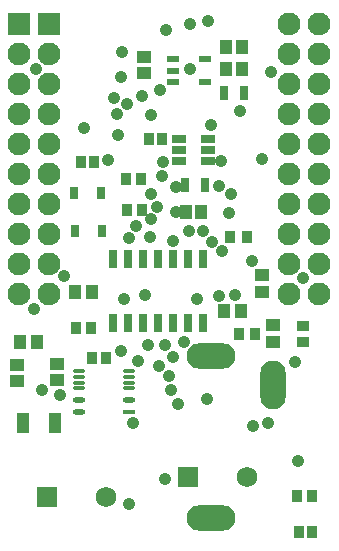
<source format=gts>
G04*
G04 #@! TF.GenerationSoftware,Altium Limited,Altium Designer,21.0.8 (223)*
G04*
G04 Layer_Color=8388736*
%FSLAX25Y25*%
%MOIN*%
G70*
G04*
G04 #@! TF.SameCoordinates,84E36BB9-B4DE-43A9-923A-922111DECC7A*
G04*
G04*
G04 #@! TF.FilePolarity,Negative*
G04*
G01*
G75*
%ADD15R,0.03356X0.04143*%
%ADD16R,0.03356X0.03947*%
%ADD17R,0.03080X0.03868*%
G04:AMPARAMS|DCode=18|XSize=29.62mil|YSize=63.09mil|CornerRadius=5.01mil|HoleSize=0mil|Usage=FLASHONLY|Rotation=0.000|XOffset=0mil|YOffset=0mil|HoleType=Round|Shape=RoundedRectangle|*
%AMROUNDEDRECTD18*
21,1,0.02962,0.05307,0,0,0.0*
21,1,0.01961,0.06309,0,0,0.0*
1,1,0.01002,0.00980,-0.02653*
1,1,0.01002,-0.00980,-0.02653*
1,1,0.01002,-0.00980,0.02653*
1,1,0.01002,0.00980,0.02653*
%
%ADD18ROUNDEDRECTD18*%
%ADD19R,0.03553X0.03947*%
%ADD20R,0.04340X0.04734*%
%ADD21R,0.03750X0.04143*%
%ADD22R,0.04143X0.04537*%
%ADD23R,0.03159X0.04734*%
%ADD24R,0.04331X0.02362*%
%ADD25R,0.04734X0.04340*%
%ADD26O,0.03900X0.01500*%
%ADD27R,0.04537X0.04143*%
%ADD28R,0.03947X0.03553*%
%ADD29O,0.04100X0.01800*%
%ADD30R,0.04100X0.01800*%
%ADD31R,0.04143X0.06702*%
%ADD32R,0.04931X0.03159*%
%ADD33C,0.07600*%
%ADD34R,0.06899X0.06899*%
%ADD35C,0.06899*%
%ADD36R,0.07600X0.07600*%
%ADD37O,0.08474X0.16348*%
%ADD38O,0.16348X0.08474*%
%ADD39C,0.04200*%
D15*
X75248Y103632D02*
D03*
X80760D02*
D03*
X83656Y71100D02*
D03*
X78144D02*
D03*
D16*
X102664Y5200D02*
D03*
X98136D02*
D03*
X29268Y63345D02*
D03*
X33795D02*
D03*
X52658Y136075D02*
D03*
X48131D02*
D03*
X25412Y128671D02*
D03*
X29939D02*
D03*
X40988Y112431D02*
D03*
X45909D02*
D03*
D17*
X23310Y118100D02*
D03*
X32090D02*
D03*
X23610Y105600D02*
D03*
X32390D02*
D03*
D18*
X66286Y96270D02*
D03*
X61286D02*
D03*
X56286D02*
D03*
X51286D02*
D03*
X46286D02*
D03*
X41286D02*
D03*
X36286D02*
D03*
X66286Y74814D02*
D03*
X61286D02*
D03*
X56286D02*
D03*
X51286D02*
D03*
X46286D02*
D03*
X41286D02*
D03*
X36286D02*
D03*
D19*
X23741Y73100D02*
D03*
X28859D02*
D03*
X45608Y122831D02*
D03*
X40489D02*
D03*
D20*
X29054Y85100D02*
D03*
X23346D02*
D03*
X10854Y68400D02*
D03*
X5146D02*
D03*
X73146Y78800D02*
D03*
X78854D02*
D03*
D21*
X102362Y17100D02*
D03*
X97638D02*
D03*
D22*
X73843Y159500D02*
D03*
X79158D02*
D03*
X73843Y167000D02*
D03*
X79158D02*
D03*
X60343Y112000D02*
D03*
X65658D02*
D03*
D23*
X73154Y151500D02*
D03*
X79847D02*
D03*
X60154Y121000D02*
D03*
X66847D02*
D03*
D24*
X66815Y155260D02*
D03*
X56185D02*
D03*
X66815Y162740D02*
D03*
X56185Y159000D02*
D03*
Y162740D02*
D03*
D25*
X86000Y85146D02*
D03*
Y90854D02*
D03*
X89400Y74154D02*
D03*
Y68446D02*
D03*
D26*
X25000Y56970D02*
D03*
Y58940D02*
D03*
Y55000D02*
D03*
Y53030D02*
D03*
X41500Y58940D02*
D03*
Y56970D02*
D03*
Y55000D02*
D03*
Y53030D02*
D03*
D27*
X17500Y61257D02*
D03*
Y55942D02*
D03*
X46500Y163657D02*
D03*
Y158343D02*
D03*
X4300Y55443D02*
D03*
Y60757D02*
D03*
D28*
X99500Y68641D02*
D03*
Y73759D02*
D03*
D29*
X25000Y49090D02*
D03*
Y45150D02*
D03*
X41500Y49090D02*
D03*
D30*
Y45150D02*
D03*
D31*
X16716Y41500D02*
D03*
X6284D02*
D03*
D32*
X58276Y136240D02*
D03*
Y132500D02*
D03*
Y128760D02*
D03*
X67724D02*
D03*
Y132500D02*
D03*
Y136240D02*
D03*
D33*
X95000Y84500D02*
D03*
X105000D02*
D03*
X5000Y164500D02*
D03*
Y154500D02*
D03*
Y144500D02*
D03*
Y134500D02*
D03*
Y124500D02*
D03*
X95000Y174500D02*
D03*
Y164500D02*
D03*
Y154500D02*
D03*
Y144500D02*
D03*
Y134500D02*
D03*
Y124500D02*
D03*
X5000Y114500D02*
D03*
Y104500D02*
D03*
Y94500D02*
D03*
Y84500D02*
D03*
X95000Y114500D02*
D03*
Y104500D02*
D03*
Y94500D02*
D03*
X15000Y164500D02*
D03*
Y154500D02*
D03*
Y144500D02*
D03*
Y134500D02*
D03*
Y124500D02*
D03*
X105000Y174500D02*
D03*
Y164500D02*
D03*
Y154500D02*
D03*
Y144500D02*
D03*
Y134500D02*
D03*
Y124500D02*
D03*
X15000Y114500D02*
D03*
Y104500D02*
D03*
Y94500D02*
D03*
Y84500D02*
D03*
X105000Y114500D02*
D03*
Y104500D02*
D03*
Y94500D02*
D03*
D34*
X61158Y23400D02*
D03*
X14157Y17000D02*
D03*
D35*
X80843Y23400D02*
D03*
X33843Y17000D02*
D03*
D36*
X5000Y174500D02*
D03*
X15000D02*
D03*
D37*
X89472Y54094D02*
D03*
D38*
X69000Y10000D02*
D03*
Y63937D02*
D03*
D39*
X76900Y84100D02*
D03*
X71600Y83700D02*
D03*
X64200Y82800D02*
D03*
X60005Y68457D02*
D03*
X66185Y105600D02*
D03*
X69046Y101961D02*
D03*
X61385Y105600D02*
D03*
X88000Y41390D02*
D03*
X56152Y63523D02*
D03*
X96964Y61800D02*
D03*
X48500Y103400D02*
D03*
X48835Y109400D02*
D03*
X57016Y120340D02*
D03*
X57100Y111785D02*
D03*
X18500Y51000D02*
D03*
X97800Y28900D02*
D03*
X41400Y103300D02*
D03*
X34444Y129190D02*
D03*
X53403Y67500D02*
D03*
X39000Y65400D02*
D03*
X43907Y107293D02*
D03*
X51000Y113530D02*
D03*
X82500Y95450D02*
D03*
X72400Y98800D02*
D03*
X99555Y89945D02*
D03*
X39700Y82700D02*
D03*
X43000Y41500D02*
D03*
X53400Y23004D02*
D03*
X46700Y84200D02*
D03*
X44400Y62200D02*
D03*
X48000Y67500D02*
D03*
X51500Y60589D02*
D03*
X75450Y117750D02*
D03*
X48800Y117891D02*
D03*
X52400Y123800D02*
D03*
X56200Y102300D02*
D03*
X12400Y52400D02*
D03*
X20000Y90400D02*
D03*
X78500Y145366D02*
D03*
X82957Y40500D02*
D03*
X40900Y147917D02*
D03*
X36614Y149943D02*
D03*
X48871Y144129D02*
D03*
X38896Y156845D02*
D03*
X39024Y165267D02*
D03*
X53000Y128500D02*
D03*
X89002Y158499D02*
D03*
X75000Y111600D02*
D03*
X71500Y120500D02*
D03*
X86000Y129416D02*
D03*
X67500Y49500D02*
D03*
X41500Y14500D02*
D03*
X58000Y48000D02*
D03*
X55470Y52530D02*
D03*
X54760Y57261D02*
D03*
X10500Y159500D02*
D03*
X10000Y79500D02*
D03*
X62000Y159500D02*
D03*
X53900Y172500D02*
D03*
X68000Y175500D02*
D03*
X62000Y174500D02*
D03*
X51870Y152616D02*
D03*
X46000Y150500D02*
D03*
X69000Y141000D02*
D03*
X37500Y144500D02*
D03*
X38000Y137500D02*
D03*
X26500Y140000D02*
D03*
X72094Y128963D02*
D03*
M02*

</source>
